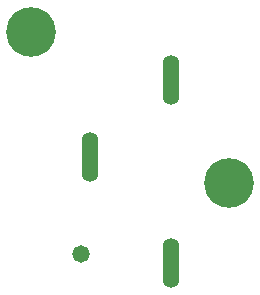
<source format=gbs>
G04*
G04 #@! TF.GenerationSoftware,Altium Limited,Altium Designer,19.0.14 (431)*
G04*
G04 Layer_Color=16711935*
%FSLAX25Y25*%
%MOIN*%
G70*
G01*
G75*
%ADD12C,0.16548*%
%ADD13O,0.05524X0.16548*%
%ADD14C,0.05800*%
D12*
X105315Y85630D02*
D03*
X39316Y136143D02*
D03*
D13*
X86024Y120079D02*
D03*
Y59055D02*
D03*
X58858Y94488D02*
D03*
D14*
X56102Y62008D02*
D03*
M02*

</source>
